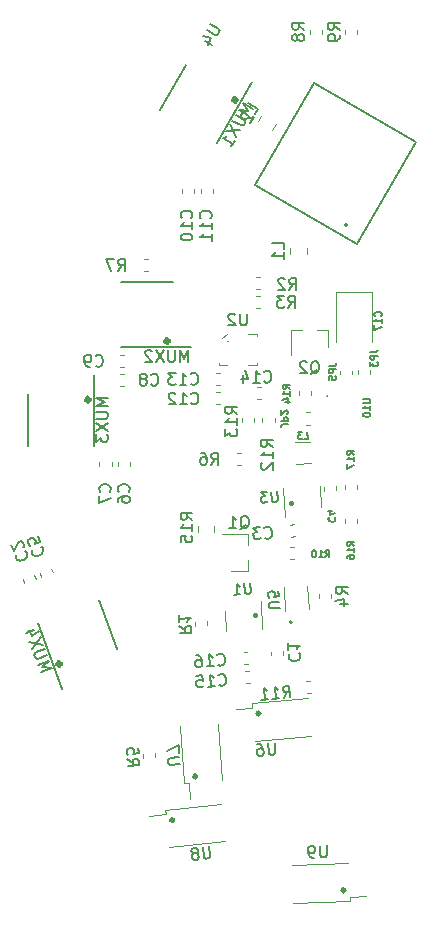
<source format=gbo>
G04 #@! TF.GenerationSoftware,KiCad,Pcbnew,(5.0.0)*
G04 #@! TF.CreationDate,2020-01-29T13:43:46+01:00*
G04 #@! TF.ProjectId,Insole_PCB,496E736F6C655F5043422E6B69636164,rev?*
G04 #@! TF.SameCoordinates,Original*
G04 #@! TF.FileFunction,Legend,Bot*
G04 #@! TF.FilePolarity,Positive*
%FSLAX46Y46*%
G04 Gerber Fmt 4.6, Leading zero omitted, Abs format (unit mm)*
G04 Created by KiCad (PCBNEW (5.0.0)) date 01/29/20 13:43:46*
%MOMM*%
%LPD*%
G01*
G04 APERTURE LIST*
%ADD10C,0.200000*%
%ADD11C,0.100000*%
%ADD12C,0.120000*%
%ADD13C,0.400000*%
%ADD14C,0.150000*%
%ADD15C,0.300000*%
G04 APERTURE END LIST*
D10*
G04 #@! TO.C,U2*
X182089453Y-160250707D02*
G75*
G03X182089453Y-160250707I0J0D01*
G01*
D11*
X184489453Y-159650707D02*
X184489453Y-159870707D01*
X183769453Y-159650707D02*
X184489453Y-159650707D01*
X184489453Y-162350707D02*
X183769453Y-162350707D01*
X184489453Y-162130707D02*
X184489453Y-162350707D01*
X181289453Y-162350707D02*
X181289453Y-162130707D01*
X181289453Y-162350707D02*
X182009453Y-162350707D01*
X181589453Y-160050707D02*
X181939453Y-159700707D01*
D12*
G04 #@! TO.C,C1*
X185669340Y-186573900D02*
X185692050Y-186898665D01*
X186686856Y-186502749D02*
X186709566Y-186827514D01*
G04 #@! TO.C,C2*
X164704536Y-180472175D02*
X164815883Y-180778099D01*
X165663023Y-180123315D02*
X165774370Y-180429239D01*
G04 #@! TO.C,C3*
X187655318Y-175802887D02*
X187330206Y-175819925D01*
X187708700Y-176821489D02*
X187383588Y-176838527D01*
G04 #@! TO.C,C4*
X190181340Y-172661900D02*
X190204050Y-172986665D01*
X191198856Y-172590749D02*
X191221566Y-172915514D01*
G04 #@! TO.C,C5*
X166154536Y-179922175D02*
X166265883Y-180228099D01*
X167113023Y-179573315D02*
X167224370Y-179879239D01*
G04 #@! TO.C,C6*
X173799453Y-170850986D02*
X173799453Y-170525428D01*
X172779453Y-170850986D02*
X172779453Y-170525428D01*
G04 #@! TO.C,C7*
X172199453Y-170863486D02*
X172199453Y-170537928D01*
X171179453Y-170863486D02*
X171179453Y-170537928D01*
G04 #@! TO.C,C8*
X173239732Y-163090707D02*
X172914174Y-163090707D01*
X173239732Y-164110707D02*
X172914174Y-164110707D01*
G04 #@! TO.C,C9*
X173239732Y-161490707D02*
X172914174Y-161490707D01*
X173239732Y-162510707D02*
X172914174Y-162510707D01*
G04 #@! TO.C,C10*
X179174453Y-147725986D02*
X179174453Y-147400428D01*
X178154453Y-147725986D02*
X178154453Y-147400428D01*
G04 #@! TO.C,C11*
X180799453Y-147738486D02*
X180799453Y-147412928D01*
X179779453Y-147738486D02*
X179779453Y-147412928D01*
G04 #@! TO.C,C12*
X181039174Y-165610707D02*
X181364732Y-165610707D01*
X181039174Y-164590707D02*
X181364732Y-164590707D01*
G04 #@! TO.C,C13*
X181039174Y-164010707D02*
X181364732Y-164010707D01*
X181039174Y-162990707D02*
X181364732Y-162990707D01*
G04 #@! TO.C,C14*
X184852232Y-164190707D02*
X184526674Y-164190707D01*
X184852232Y-165210707D02*
X184526674Y-165210707D01*
G04 #@! TO.C,L1*
X188729453Y-152906959D02*
X188729453Y-152384455D01*
X187309453Y-152906959D02*
X187309453Y-152384455D01*
G04 #@! TO.C,L2*
X185823705Y-142391958D02*
X186084957Y-141939456D01*
X184593949Y-141681958D02*
X184855201Y-141229456D01*
D13*
G04 #@! TO.C,MUX1*
X182789425Y-139878464D02*
G75*
G03X182789425Y-139878464I-158114J0D01*
G01*
D14*
X184101824Y-138331461D02*
X181114324Y-143505963D01*
X178529534Y-136932951D02*
X176329534Y-140743463D01*
D13*
G04 #@! TO.C,MUX2*
X177047567Y-160300707D02*
G75*
G03X177047567Y-160300707I-158114J0D01*
G01*
D14*
X178964453Y-160800707D02*
X172989453Y-160800707D01*
X177389453Y-155275707D02*
X172989453Y-155275707D01*
D13*
G04 #@! TO.C,MUX3*
X170347567Y-165250707D02*
G75*
G03X170347567Y-165250707I-158114J0D01*
G01*
D14*
X170689453Y-163175707D02*
X170689453Y-169150707D01*
X165164453Y-164750707D02*
X165164453Y-169150707D01*
D13*
G04 #@! TO.C,MUX4*
X167917708Y-187634831D02*
G75*
G03X167917708Y-187634831I-158114J0D01*
G01*
D14*
X167999440Y-189755703D02*
X165955869Y-184141040D01*
X172652560Y-186386026D02*
X171147671Y-182251378D01*
D12*
G04 #@! TO.C,Q2*
X190569453Y-159340707D02*
X190569453Y-160800707D01*
X187409453Y-159340707D02*
X187409453Y-161500707D01*
X187409453Y-159340707D02*
X188339453Y-159340707D01*
X190569453Y-159340707D02*
X189639453Y-159340707D01*
G04 #@! TO.C,R1*
X180326058Y-184320151D02*
X180309020Y-183995039D01*
X179307456Y-184373533D02*
X179290418Y-184048421D01*
G04 #@! TO.C,R2*
X184764732Y-154890707D02*
X184439174Y-154890707D01*
X184764732Y-155910707D02*
X184439174Y-155910707D01*
G04 #@! TO.C,R3*
X184752232Y-156490707D02*
X184426674Y-156490707D01*
X184752232Y-157510707D02*
X184426674Y-157510707D01*
G04 #@! TO.C,R4*
X189789453Y-181707928D02*
X189789453Y-182033486D01*
X190809453Y-181707928D02*
X190809453Y-182033486D01*
G04 #@! TO.C,R5*
X175909566Y-195527514D02*
X175886856Y-195202749D01*
X174892050Y-195598665D02*
X174869340Y-195273900D01*
G04 #@! TO.C,R6*
X183164732Y-169790707D02*
X182839174Y-169790707D01*
X183164732Y-170810707D02*
X182839174Y-170810707D01*
G04 #@! TO.C,R7*
X175252232Y-153340707D02*
X174926674Y-153340707D01*
X175252232Y-154360707D02*
X174926674Y-154360707D01*
G04 #@! TO.C,R8*
X189999453Y-134250986D02*
X189999453Y-133925428D01*
X188979453Y-134250986D02*
X188979453Y-133925428D01*
G04 #@! TO.C,R9*
X192999453Y-134263486D02*
X192999453Y-133937928D01*
X191979453Y-134263486D02*
X191979453Y-133937928D01*
G04 #@! TO.C,R10*
X187617732Y-177732707D02*
X187292174Y-177732707D01*
X187617732Y-178752707D02*
X187292174Y-178752707D01*
G04 #@! TO.C,R11*
X188787240Y-190122953D02*
X189111559Y-190094579D01*
X188698341Y-189106835D02*
X189022660Y-189078461D01*
G04 #@! TO.C,R12*
X185999453Y-167150986D02*
X185999453Y-166825428D01*
X184979453Y-167150986D02*
X184979453Y-166825428D01*
G04 #@! TO.C,R13*
X183279453Y-166837928D02*
X183279453Y-167163486D01*
X184299453Y-166837928D02*
X184299453Y-167163486D01*
G04 #@! TO.C,R14*
X189099453Y-164875986D02*
X189099453Y-164550428D01*
X188079453Y-164875986D02*
X188079453Y-164550428D01*
D13*
G04 #@! TO.C,U1*
X184317217Y-183451536D02*
G75*
G03X184317217Y-183451536I0J0D01*
G01*
D12*
X184943439Y-184700474D02*
X184816263Y-182273804D01*
X181785535Y-183103557D02*
X181877647Y-184861145D01*
D13*
G04 #@! TO.C,U3*
X187381689Y-173979878D02*
G75*
G03X187381689Y-173979878I0J0D01*
G01*
D12*
X186755467Y-172730940D02*
X186882643Y-175157610D01*
X189913371Y-174327857D02*
X189821259Y-172570269D01*
D15*
G04 #@! TO.C,U4*
X192062977Y-150428014D02*
G75*
G03X192062977Y-150428014I0J0D01*
G01*
D14*
X184356665Y-147075738D02*
X193016919Y-152075738D01*
X189356665Y-138415484D02*
X184356665Y-147075738D01*
X198016919Y-143415484D02*
X189356665Y-138415484D01*
X193016919Y-152075738D02*
X198016919Y-143415484D01*
D10*
G04 #@! TO.C,U5*
X187280672Y-184094665D02*
G75*
G03X187480184Y-184080713I99756J6976D01*
G01*
X187480185Y-184080713D02*
G75*
G03X187280671Y-184094665I-99757J-6976D01*
G01*
X187480184Y-184080713D02*
X187480184Y-184080713D01*
X187280671Y-184094665D02*
X187280671Y-184094665D01*
D11*
X188767261Y-180983386D02*
X188906774Y-182978515D01*
X186772132Y-181122899D02*
X186911645Y-183118028D01*
D13*
G04 #@! TO.C,U6*
X184710742Y-191818776D02*
G75*
G03X184710742Y-191818776I-70710J0D01*
G01*
D12*
X184338906Y-194113754D02*
X189120641Y-193695407D01*
X184060008Y-190925931D02*
X188841743Y-190507584D01*
X184094870Y-191324409D02*
X182700198Y-191446427D01*
X184060008Y-190925931D02*
X184094870Y-191324409D01*
D13*
G04 #@! TO.C,U7*
X179344284Y-197141420D02*
G75*
G03X179344284Y-197141420I-70710J0D01*
G01*
D12*
X181562947Y-197482553D02*
X181228116Y-192694245D01*
X178370742Y-197705774D02*
X178035911Y-192917466D01*
X178769767Y-197677871D02*
X178867426Y-199074461D01*
X178370742Y-197705774D02*
X178769767Y-197677871D01*
D13*
G04 #@! TO.C,U8*
X177402628Y-200852872D02*
G75*
G03X177402628Y-200852872I-70710J0D01*
G01*
D12*
X177070891Y-203152756D02*
X181844596Y-202651019D01*
X176736400Y-199970285D02*
X181510105Y-199468549D01*
X176778212Y-200368094D02*
X175385881Y-200514434D01*
X176736400Y-199970285D02*
X176778212Y-200368094D01*
D13*
G04 #@! TO.C,U9*
X191911691Y-206794002D02*
G75*
G03X191911691Y-206794002I-70711J0D01*
G01*
D12*
X192261803Y-204517929D02*
X187464727Y-204685447D01*
X192373481Y-207715980D02*
X187576405Y-207883497D01*
X192359521Y-207316223D02*
X193758669Y-207267364D01*
X192373481Y-207715980D02*
X192359521Y-207316223D01*
G04 #@! TO.C,C15*
X183830678Y-188185527D02*
X183505913Y-188208237D01*
X183901829Y-189203043D02*
X183577064Y-189225753D01*
G04 #@! TO.C,C16*
X183711259Y-186615593D02*
X183386494Y-186638303D01*
X183782410Y-187633109D02*
X183457645Y-187655819D01*
G04 #@! TO.C,C17*
X191229453Y-156130707D02*
X191229453Y-160340707D01*
X194249453Y-156130707D02*
X191229453Y-156130707D01*
X194249453Y-160340707D02*
X194249453Y-156130707D01*
G04 #@! TO.C,L3*
X187766588Y-168863464D02*
X188969066Y-168800445D01*
X187861840Y-170680969D02*
X189064318Y-170617950D01*
G04 #@! TO.C,Q1*
X183749453Y-179740707D02*
X183749453Y-178810707D01*
X183749453Y-176580707D02*
X183749453Y-177510707D01*
X183749453Y-176580707D02*
X181589453Y-176580707D01*
X183749453Y-179740707D02*
X182289453Y-179740707D01*
G04 #@! TO.C,R15*
X180909453Y-175964629D02*
X180909453Y-176481785D01*
X179489453Y-175964629D02*
X179489453Y-176481785D01*
G04 #@! TO.C,JP2*
X188656674Y-166330707D02*
X188982232Y-166330707D01*
X188656674Y-167350707D02*
X188982232Y-167350707D01*
G04 #@! TO.C,JP3*
X193049453Y-163093486D02*
X193049453Y-162767928D01*
X194069453Y-163093486D02*
X194069453Y-162767928D01*
G04 #@! TO.C,JP5*
X192579453Y-163113486D02*
X192579453Y-162787928D01*
X191559453Y-163113486D02*
X191559453Y-162787928D01*
G04 #@! TO.C,R16*
X192979453Y-175357928D02*
X192979453Y-175683486D01*
X191959453Y-175357928D02*
X191959453Y-175683486D01*
G04 #@! TO.C,R17*
X192989453Y-172823486D02*
X192989453Y-172497928D01*
X191969453Y-172823486D02*
X191969453Y-172497928D01*
D10*
G04 #@! TO.C,U10*
X190455453Y-164928707D02*
G75*
G03X190455453Y-164928707I-25000J0D01*
G01*
G04 #@! TO.C,U2*
D14*
X183651357Y-157953087D02*
X183651357Y-158762611D01*
X183603738Y-158857849D01*
X183556119Y-158905468D01*
X183460881Y-158953087D01*
X183270405Y-158953087D01*
X183175167Y-158905468D01*
X183127548Y-158857849D01*
X183079929Y-158762611D01*
X183079929Y-157953087D01*
X182651357Y-158048326D02*
X182603738Y-158000707D01*
X182508500Y-157953087D01*
X182270405Y-157953087D01*
X182175167Y-158000707D01*
X182127548Y-158048326D01*
X182079929Y-158143564D01*
X182079929Y-158238802D01*
X182127548Y-158381659D01*
X182698976Y-158953087D01*
X182079929Y-158953087D01*
G04 #@! TO.C,C1*
X187271323Y-186792128D02*
X187227141Y-186842953D01*
X187189604Y-186988784D01*
X187196247Y-187083790D01*
X187253715Y-187222977D01*
X187355365Y-187311340D01*
X187453693Y-187352200D01*
X187647027Y-187386416D01*
X187789536Y-187376450D01*
X187976226Y-187315660D01*
X188067911Y-187261514D01*
X188156273Y-187159864D01*
X188193811Y-187014034D01*
X188187168Y-186919027D01*
X188129699Y-186779840D01*
X188078875Y-186735659D01*
X187109882Y-185848711D02*
X187149743Y-186418747D01*
X187129812Y-186133729D02*
X188127376Y-186063973D01*
X187991511Y-186168944D01*
X187903148Y-186270593D01*
X187862288Y-186368921D01*
G04 #@! TO.C,C2*
X164110851Y-178379472D02*
X164082391Y-178440506D01*
X164086504Y-178591034D01*
X164119077Y-178680529D01*
X164212684Y-178798484D01*
X164334752Y-178855405D01*
X164440533Y-178867579D01*
X164635809Y-178847180D01*
X164770051Y-178798320D01*
X164932753Y-178688426D01*
X165005961Y-178611105D01*
X165062882Y-178489037D01*
X165058769Y-178338509D01*
X165026196Y-178249014D01*
X164932589Y-178131059D01*
X164871555Y-178102599D01*
X164741262Y-177744620D02*
X164769722Y-177683586D01*
X164781896Y-177577805D01*
X164700463Y-177354069D01*
X164623142Y-177280861D01*
X164562108Y-177252400D01*
X164456327Y-177240227D01*
X164366832Y-177272800D01*
X164248877Y-177366407D01*
X163907350Y-178098814D01*
X163695623Y-177517100D01*
G04 #@! TO.C,C3*
X185184582Y-176928637D02*
X185234628Y-176973699D01*
X185379782Y-177013776D01*
X185474889Y-177008792D01*
X185615058Y-176953761D01*
X185705182Y-176853669D01*
X185747751Y-176756070D01*
X185785336Y-176563362D01*
X185777860Y-176420701D01*
X185720337Y-176232978D01*
X185667799Y-176140363D01*
X185567707Y-176050239D01*
X185422553Y-176010162D01*
X185327446Y-176015147D01*
X185187277Y-176070177D01*
X185142215Y-176120223D01*
X184804354Y-176042561D02*
X184186155Y-176074959D01*
X184538969Y-176437944D01*
X184396307Y-176445421D01*
X184303692Y-176497959D01*
X184258631Y-176548005D01*
X184216061Y-176645605D01*
X184228522Y-176883373D01*
X184281060Y-176975989D01*
X184331106Y-177021050D01*
X184428706Y-177063620D01*
X184714029Y-177048667D01*
X184806644Y-176996129D01*
X184851706Y-176946083D01*
G04 #@! TO.C,C4*
X190602664Y-175215411D02*
X190576156Y-175245906D01*
X190553633Y-175333404D01*
X190557619Y-175390408D01*
X190592100Y-175473920D01*
X190653090Y-175526938D01*
X190712086Y-175551454D01*
X190828087Y-175571983D01*
X190913592Y-175566004D01*
X191025607Y-175529530D01*
X191080617Y-175497042D01*
X191133635Y-175436052D01*
X191156157Y-175348554D01*
X191152171Y-175291550D01*
X191117690Y-175208038D01*
X191087196Y-175181529D01*
X190908812Y-174678461D02*
X190509786Y-174706364D01*
X191146791Y-174805026D02*
X190729229Y-174977431D01*
X190703320Y-174606907D01*
G04 #@! TO.C,C5*
X165460851Y-177979472D02*
X165432391Y-178040506D01*
X165436504Y-178191034D01*
X165469077Y-178280529D01*
X165562684Y-178398484D01*
X165684752Y-178455405D01*
X165790533Y-178467579D01*
X165985809Y-178447180D01*
X166120051Y-178398320D01*
X166282753Y-178288426D01*
X166355961Y-178211105D01*
X166412882Y-178089037D01*
X166408769Y-177938509D01*
X166376196Y-177849014D01*
X166282589Y-177731059D01*
X166221555Y-177702599D01*
X166001603Y-176819827D02*
X166164469Y-177267300D01*
X165733283Y-177474914D01*
X165761744Y-177413880D01*
X165773918Y-177308099D01*
X165692485Y-177084362D01*
X165615164Y-177011154D01*
X165554130Y-176982694D01*
X165448349Y-176970520D01*
X165224612Y-177051953D01*
X165151405Y-177129274D01*
X165122944Y-177190308D01*
X165110770Y-177296089D01*
X165192203Y-177519825D01*
X165269524Y-177593033D01*
X165330558Y-177621494D01*
G04 #@! TO.C,C6*
X173646595Y-173034040D02*
X173694214Y-172986421D01*
X173741833Y-172843564D01*
X173741833Y-172748326D01*
X173694214Y-172605468D01*
X173598976Y-172510230D01*
X173503738Y-172462611D01*
X173313262Y-172414992D01*
X173170405Y-172414992D01*
X172979929Y-172462611D01*
X172884691Y-172510230D01*
X172789453Y-172605468D01*
X172741833Y-172748326D01*
X172741833Y-172843564D01*
X172789453Y-172986421D01*
X172837072Y-173034040D01*
X172741833Y-173891183D02*
X172741833Y-173700707D01*
X172789453Y-173605468D01*
X172837072Y-173557849D01*
X172979929Y-173462611D01*
X173170405Y-173414992D01*
X173551357Y-173414992D01*
X173646595Y-173462611D01*
X173694214Y-173510230D01*
X173741833Y-173605468D01*
X173741833Y-173795945D01*
X173694214Y-173891183D01*
X173646595Y-173938802D01*
X173551357Y-173986421D01*
X173313262Y-173986421D01*
X173218024Y-173938802D01*
X173170405Y-173891183D01*
X173122786Y-173795945D01*
X173122786Y-173605468D01*
X173170405Y-173510230D01*
X173218024Y-173462611D01*
X173313262Y-173414992D01*
G04 #@! TO.C,C7*
X172046595Y-173034040D02*
X172094214Y-172986421D01*
X172141833Y-172843564D01*
X172141833Y-172748326D01*
X172094214Y-172605468D01*
X171998976Y-172510230D01*
X171903738Y-172462611D01*
X171713262Y-172414992D01*
X171570405Y-172414992D01*
X171379929Y-172462611D01*
X171284691Y-172510230D01*
X171189453Y-172605468D01*
X171141833Y-172748326D01*
X171141833Y-172843564D01*
X171189453Y-172986421D01*
X171237072Y-173034040D01*
X171141833Y-173367373D02*
X171141833Y-174034040D01*
X172141833Y-173605468D01*
G04 #@! TO.C,C8*
X175556119Y-163957849D02*
X175603738Y-164005468D01*
X175746595Y-164053087D01*
X175841833Y-164053087D01*
X175984691Y-164005468D01*
X176079929Y-163910230D01*
X176127548Y-163814992D01*
X176175167Y-163624516D01*
X176175167Y-163481659D01*
X176127548Y-163291183D01*
X176079929Y-163195945D01*
X175984691Y-163100707D01*
X175841833Y-163053087D01*
X175746595Y-163053087D01*
X175603738Y-163100707D01*
X175556119Y-163148326D01*
X174984691Y-163481659D02*
X175079929Y-163434040D01*
X175127548Y-163386421D01*
X175175167Y-163291183D01*
X175175167Y-163243564D01*
X175127548Y-163148326D01*
X175079929Y-163100707D01*
X174984691Y-163053087D01*
X174794214Y-163053087D01*
X174698976Y-163100707D01*
X174651357Y-163148326D01*
X174603738Y-163243564D01*
X174603738Y-163291183D01*
X174651357Y-163386421D01*
X174698976Y-163434040D01*
X174794214Y-163481659D01*
X174984691Y-163481659D01*
X175079929Y-163529278D01*
X175127548Y-163576897D01*
X175175167Y-163672135D01*
X175175167Y-163862611D01*
X175127548Y-163957849D01*
X175079929Y-164005468D01*
X174984691Y-164053087D01*
X174794214Y-164053087D01*
X174698976Y-164005468D01*
X174651357Y-163957849D01*
X174603738Y-163862611D01*
X174603738Y-163672135D01*
X174651357Y-163576897D01*
X174698976Y-163529278D01*
X174794214Y-163481659D01*
G04 #@! TO.C,C9*
X170856119Y-162357849D02*
X170903738Y-162405468D01*
X171046595Y-162453087D01*
X171141833Y-162453087D01*
X171284691Y-162405468D01*
X171379929Y-162310230D01*
X171427548Y-162214992D01*
X171475167Y-162024516D01*
X171475167Y-161881659D01*
X171427548Y-161691183D01*
X171379929Y-161595945D01*
X171284691Y-161500707D01*
X171141833Y-161453087D01*
X171046595Y-161453087D01*
X170903738Y-161500707D01*
X170856119Y-161548326D01*
X170379929Y-162453087D02*
X170189453Y-162453087D01*
X170094214Y-162405468D01*
X170046595Y-162357849D01*
X169951357Y-162214992D01*
X169903738Y-162024516D01*
X169903738Y-161643564D01*
X169951357Y-161548326D01*
X169998976Y-161500707D01*
X170094214Y-161453087D01*
X170284691Y-161453087D01*
X170379929Y-161500707D01*
X170427548Y-161548326D01*
X170475167Y-161643564D01*
X170475167Y-161881659D01*
X170427548Y-161976897D01*
X170379929Y-162024516D01*
X170284691Y-162072135D01*
X170094214Y-162072135D01*
X169998976Y-162024516D01*
X169951357Y-161976897D01*
X169903738Y-161881659D01*
G04 #@! TO.C,C10*
X178946595Y-149857849D02*
X178994214Y-149810230D01*
X179041833Y-149667373D01*
X179041833Y-149572135D01*
X178994214Y-149429278D01*
X178898976Y-149334040D01*
X178803738Y-149286421D01*
X178613262Y-149238802D01*
X178470405Y-149238802D01*
X178279929Y-149286421D01*
X178184691Y-149334040D01*
X178089453Y-149429278D01*
X178041833Y-149572135D01*
X178041833Y-149667373D01*
X178089453Y-149810230D01*
X178137072Y-149857849D01*
X179041833Y-150810230D02*
X179041833Y-150238802D01*
X179041833Y-150524516D02*
X178041833Y-150524516D01*
X178184691Y-150429278D01*
X178279929Y-150334040D01*
X178327548Y-150238802D01*
X178041833Y-151429278D02*
X178041833Y-151524516D01*
X178089453Y-151619754D01*
X178137072Y-151667373D01*
X178232310Y-151714992D01*
X178422786Y-151762611D01*
X178660881Y-151762611D01*
X178851357Y-151714992D01*
X178946595Y-151667373D01*
X178994214Y-151619754D01*
X179041833Y-151524516D01*
X179041833Y-151429278D01*
X178994214Y-151334040D01*
X178946595Y-151286421D01*
X178851357Y-151238802D01*
X178660881Y-151191183D01*
X178422786Y-151191183D01*
X178232310Y-151238802D01*
X178137072Y-151286421D01*
X178089453Y-151334040D01*
X178041833Y-151429278D01*
G04 #@! TO.C,C11*
X180571595Y-149882849D02*
X180619214Y-149835230D01*
X180666833Y-149692373D01*
X180666833Y-149597135D01*
X180619214Y-149454278D01*
X180523976Y-149359040D01*
X180428738Y-149311421D01*
X180238262Y-149263802D01*
X180095405Y-149263802D01*
X179904929Y-149311421D01*
X179809691Y-149359040D01*
X179714453Y-149454278D01*
X179666833Y-149597135D01*
X179666833Y-149692373D01*
X179714453Y-149835230D01*
X179762072Y-149882849D01*
X180666833Y-150835230D02*
X180666833Y-150263802D01*
X180666833Y-150549516D02*
X179666833Y-150549516D01*
X179809691Y-150454278D01*
X179904929Y-150359040D01*
X179952548Y-150263802D01*
X180666833Y-151787611D02*
X180666833Y-151216183D01*
X180666833Y-151501897D02*
X179666833Y-151501897D01*
X179809691Y-151406659D01*
X179904929Y-151311421D01*
X179952548Y-151216183D01*
G04 #@! TO.C,C12*
X178932310Y-165557849D02*
X178979929Y-165605468D01*
X179122786Y-165653087D01*
X179218024Y-165653087D01*
X179360881Y-165605468D01*
X179456119Y-165510230D01*
X179503738Y-165414992D01*
X179551357Y-165224516D01*
X179551357Y-165081659D01*
X179503738Y-164891183D01*
X179456119Y-164795945D01*
X179360881Y-164700707D01*
X179218024Y-164653087D01*
X179122786Y-164653087D01*
X178979929Y-164700707D01*
X178932310Y-164748326D01*
X177979929Y-165653087D02*
X178551357Y-165653087D01*
X178265643Y-165653087D02*
X178265643Y-164653087D01*
X178360881Y-164795945D01*
X178456119Y-164891183D01*
X178551357Y-164938802D01*
X177598976Y-164748326D02*
X177551357Y-164700707D01*
X177456119Y-164653087D01*
X177218024Y-164653087D01*
X177122786Y-164700707D01*
X177075167Y-164748326D01*
X177027548Y-164843564D01*
X177027548Y-164938802D01*
X177075167Y-165081659D01*
X177646595Y-165653087D01*
X177027548Y-165653087D01*
G04 #@! TO.C,C13*
X178922310Y-163887849D02*
X178969929Y-163935468D01*
X179112786Y-163983087D01*
X179208024Y-163983087D01*
X179350881Y-163935468D01*
X179446119Y-163840230D01*
X179493738Y-163744992D01*
X179541357Y-163554516D01*
X179541357Y-163411659D01*
X179493738Y-163221183D01*
X179446119Y-163125945D01*
X179350881Y-163030707D01*
X179208024Y-162983087D01*
X179112786Y-162983087D01*
X178969929Y-163030707D01*
X178922310Y-163078326D01*
X177969929Y-163983087D02*
X178541357Y-163983087D01*
X178255643Y-163983087D02*
X178255643Y-162983087D01*
X178350881Y-163125945D01*
X178446119Y-163221183D01*
X178541357Y-163268802D01*
X177636595Y-162983087D02*
X177017548Y-162983087D01*
X177350881Y-163364040D01*
X177208024Y-163364040D01*
X177112786Y-163411659D01*
X177065167Y-163459278D01*
X177017548Y-163554516D01*
X177017548Y-163792611D01*
X177065167Y-163887849D01*
X177112786Y-163935468D01*
X177208024Y-163983087D01*
X177493738Y-163983087D01*
X177588976Y-163935468D01*
X177636595Y-163887849D01*
G04 #@! TO.C,C14*
X185112310Y-163707849D02*
X185159929Y-163755468D01*
X185302786Y-163803087D01*
X185398024Y-163803087D01*
X185540881Y-163755468D01*
X185636119Y-163660230D01*
X185683738Y-163564992D01*
X185731357Y-163374516D01*
X185731357Y-163231659D01*
X185683738Y-163041183D01*
X185636119Y-162945945D01*
X185540881Y-162850707D01*
X185398024Y-162803087D01*
X185302786Y-162803087D01*
X185159929Y-162850707D01*
X185112310Y-162898326D01*
X184159929Y-163803087D02*
X184731357Y-163803087D01*
X184445643Y-163803087D02*
X184445643Y-162803087D01*
X184540881Y-162945945D01*
X184636119Y-163041183D01*
X184731357Y-163088802D01*
X183302786Y-163136421D02*
X183302786Y-163803087D01*
X183540881Y-162755468D02*
X183778976Y-163469754D01*
X183159929Y-163469754D01*
G04 #@! TO.C,L1*
X186821833Y-152479040D02*
X186821833Y-152002849D01*
X185821833Y-152002849D01*
X186821833Y-153336183D02*
X186821833Y-152764754D01*
X186821833Y-153050468D02*
X185821833Y-153050468D01*
X185964691Y-152955230D01*
X186059929Y-152859992D01*
X186107548Y-152764754D01*
G04 #@! TO.C,L2*
X184385617Y-141067559D02*
X184623712Y-140655166D01*
X183757687Y-140155166D01*
X183459213Y-140862614D02*
X183394164Y-140880044D01*
X183305306Y-140938713D01*
X183186258Y-141144910D01*
X183179879Y-141251198D01*
X183197309Y-141316247D01*
X183255978Y-141405105D01*
X183338456Y-141452724D01*
X183485984Y-141482913D01*
X184266570Y-141273756D01*
X183957046Y-141809867D01*
G04 #@! TO.C,MUX1*
X184160378Y-140634803D02*
X183294352Y-140134803D01*
X183746275Y-140780621D01*
X182961019Y-140712154D01*
X183827044Y-141212154D01*
X182722924Y-141124547D02*
X183423992Y-141529309D01*
X183482661Y-141618167D01*
X183500091Y-141683216D01*
X183493711Y-141789504D01*
X183398473Y-141954461D01*
X183309615Y-142013130D01*
X183244566Y-142030560D01*
X183138278Y-142024180D01*
X182437210Y-141619418D01*
X182246733Y-141949333D02*
X182779425Y-143026683D01*
X181913400Y-142526683D02*
X183112759Y-142449333D01*
X182327044Y-143810230D02*
X182612759Y-143315358D01*
X182469902Y-143562794D02*
X181603876Y-143062794D01*
X181775213Y-143051744D01*
X181905311Y-143016884D01*
X181994169Y-142958215D01*
G04 #@! TO.C,MUX2*
X178698976Y-162053087D02*
X178698976Y-161053087D01*
X178365643Y-161767373D01*
X178032310Y-161053087D01*
X178032310Y-162053087D01*
X177556119Y-161053087D02*
X177556119Y-161862611D01*
X177508500Y-161957849D01*
X177460881Y-162005468D01*
X177365643Y-162053087D01*
X177175167Y-162053087D01*
X177079929Y-162005468D01*
X177032310Y-161957849D01*
X176984691Y-161862611D01*
X176984691Y-161053087D01*
X176603738Y-161053087D02*
X175937072Y-162053087D01*
X175937072Y-161053087D02*
X176603738Y-162053087D01*
X175603738Y-161148326D02*
X175556119Y-161100707D01*
X175460881Y-161053087D01*
X175222786Y-161053087D01*
X175127548Y-161100707D01*
X175079929Y-161148326D01*
X175032310Y-161243564D01*
X175032310Y-161338802D01*
X175079929Y-161481659D01*
X175651357Y-162053087D01*
X175032310Y-162053087D01*
G04 #@! TO.C,MUX3*
X171891833Y-165141183D02*
X170891833Y-165141183D01*
X171606119Y-165474516D01*
X170891833Y-165807849D01*
X171891833Y-165807849D01*
X170891833Y-166284040D02*
X171701357Y-166284040D01*
X171796595Y-166331659D01*
X171844214Y-166379278D01*
X171891833Y-166474516D01*
X171891833Y-166664992D01*
X171844214Y-166760230D01*
X171796595Y-166807849D01*
X171701357Y-166855468D01*
X170891833Y-166855468D01*
X170891833Y-167236421D02*
X171891833Y-167903087D01*
X170891833Y-167903087D02*
X171891833Y-167236421D01*
X170891833Y-168188802D02*
X170891833Y-168807849D01*
X171272786Y-168474516D01*
X171272786Y-168617373D01*
X171320405Y-168712611D01*
X171368024Y-168760230D01*
X171463262Y-168807849D01*
X171701357Y-168807849D01*
X171796595Y-168760230D01*
X171844214Y-168712611D01*
X171891833Y-168617373D01*
X171891833Y-168331659D01*
X171844214Y-168236421D01*
X171796595Y-168188802D01*
G04 #@! TO.C,MUX4*
X166197338Y-188319998D02*
X167137031Y-187977978D01*
X166351815Y-187909047D01*
X166909017Y-187351516D01*
X165969325Y-187693536D01*
X166746151Y-186904044D02*
X165985447Y-187180917D01*
X165879666Y-187168743D01*
X165818632Y-187140282D01*
X165741311Y-187067075D01*
X165676164Y-186888086D01*
X165688338Y-186782304D01*
X165716799Y-186721270D01*
X165790007Y-186643950D01*
X166550710Y-186367076D01*
X166420417Y-186009098D02*
X165252711Y-185724657D01*
X166192404Y-185382636D02*
X165480724Y-186351118D01*
X165602299Y-184735940D02*
X164975838Y-184963953D01*
X166041711Y-184829383D02*
X165451935Y-185297419D01*
X165240208Y-184715704D01*
G04 #@! TO.C,Q2*
X189054691Y-163078326D02*
X189149929Y-163030707D01*
X189245167Y-162935468D01*
X189388024Y-162792611D01*
X189483262Y-162744992D01*
X189578500Y-162744992D01*
X189530881Y-162983087D02*
X189626119Y-162935468D01*
X189721357Y-162840230D01*
X189768976Y-162649754D01*
X189768976Y-162316421D01*
X189721357Y-162125945D01*
X189626119Y-162030707D01*
X189530881Y-161983087D01*
X189340405Y-161983087D01*
X189245167Y-162030707D01*
X189149929Y-162125945D01*
X189102310Y-162316421D01*
X189102310Y-162649754D01*
X189149929Y-162840230D01*
X189245167Y-162935468D01*
X189340405Y-162983087D01*
X189530881Y-162983087D01*
X188721357Y-162078326D02*
X188673738Y-162030707D01*
X188578500Y-161983087D01*
X188340405Y-161983087D01*
X188245167Y-162030707D01*
X188197548Y-162078326D01*
X188149929Y-162173564D01*
X188149929Y-162268802D01*
X188197548Y-162411659D01*
X188768976Y-162983087D01*
X188149929Y-162983087D01*
G04 #@! TO.C,R1*
X177937159Y-184449240D02*
X178430142Y-184757194D01*
X177967065Y-185019885D02*
X178965695Y-184967549D01*
X178945757Y-184587119D01*
X178893219Y-184494503D01*
X178843173Y-184449442D01*
X178745574Y-184406872D01*
X178602912Y-184414349D01*
X178510297Y-184466887D01*
X178465235Y-184516933D01*
X178422666Y-184614533D01*
X178442603Y-184994963D01*
X177887315Y-183498164D02*
X177917222Y-184068809D01*
X177902269Y-183783487D02*
X178900898Y-183731151D01*
X178763221Y-183833735D01*
X178673098Y-183933827D01*
X178630528Y-184031426D01*
G04 #@! TO.C,R2*
X187256119Y-155953087D02*
X187589453Y-155476897D01*
X187827548Y-155953087D02*
X187827548Y-154953087D01*
X187446595Y-154953087D01*
X187351357Y-155000707D01*
X187303738Y-155048326D01*
X187256119Y-155143564D01*
X187256119Y-155286421D01*
X187303738Y-155381659D01*
X187351357Y-155429278D01*
X187446595Y-155476897D01*
X187827548Y-155476897D01*
X186875167Y-155048326D02*
X186827548Y-155000707D01*
X186732310Y-154953087D01*
X186494214Y-154953087D01*
X186398976Y-155000707D01*
X186351357Y-155048326D01*
X186303738Y-155143564D01*
X186303738Y-155238802D01*
X186351357Y-155381659D01*
X186922786Y-155953087D01*
X186303738Y-155953087D01*
G04 #@! TO.C,R3*
X187156119Y-157453087D02*
X187489453Y-156976897D01*
X187727548Y-157453087D02*
X187727548Y-156453087D01*
X187346595Y-156453087D01*
X187251357Y-156500707D01*
X187203738Y-156548326D01*
X187156119Y-156643564D01*
X187156119Y-156786421D01*
X187203738Y-156881659D01*
X187251357Y-156929278D01*
X187346595Y-156976897D01*
X187727548Y-156976897D01*
X186822786Y-156453087D02*
X186203738Y-156453087D01*
X186537072Y-156834040D01*
X186394214Y-156834040D01*
X186298976Y-156881659D01*
X186251357Y-156929278D01*
X186203738Y-157024516D01*
X186203738Y-157262611D01*
X186251357Y-157357849D01*
X186298976Y-157405468D01*
X186394214Y-157453087D01*
X186679929Y-157453087D01*
X186775167Y-157405468D01*
X186822786Y-157357849D01*
G04 #@! TO.C,R4*
X192181833Y-181704040D02*
X191705643Y-181370707D01*
X192181833Y-181132611D02*
X191181833Y-181132611D01*
X191181833Y-181513564D01*
X191229453Y-181608802D01*
X191277072Y-181656421D01*
X191372310Y-181704040D01*
X191515167Y-181704040D01*
X191610405Y-181656421D01*
X191658024Y-181608802D01*
X191705643Y-181513564D01*
X191705643Y-181132611D01*
X191515167Y-182561183D02*
X192181833Y-182561183D01*
X191134214Y-182323087D02*
X191848500Y-182084992D01*
X191848500Y-182704040D01*
G04 #@! TO.C,R5*
X173523283Y-195698276D02*
X174021565Y-195997580D01*
X173563143Y-196268312D02*
X174560707Y-196198556D01*
X174534134Y-195818531D01*
X174479987Y-195726847D01*
X174429162Y-195682666D01*
X174330834Y-195641806D01*
X174188325Y-195651771D01*
X174096641Y-195705918D01*
X174052460Y-195756743D01*
X174011600Y-195855071D01*
X174038174Y-196235095D01*
X174457734Y-194725961D02*
X174490951Y-195200992D01*
X174019242Y-195281712D01*
X174063424Y-195230887D01*
X174104283Y-195132560D01*
X174087674Y-194895044D01*
X174033528Y-194803360D01*
X173982703Y-194759179D01*
X173884375Y-194718319D01*
X173646860Y-194734928D01*
X173555176Y-194789074D01*
X173510994Y-194839899D01*
X173470135Y-194938227D01*
X173486743Y-195175742D01*
X173540890Y-195267426D01*
X173591715Y-195311608D01*
G04 #@! TO.C,R6*
X180656119Y-170753087D02*
X180989453Y-170276897D01*
X181227548Y-170753087D02*
X181227548Y-169753087D01*
X180846595Y-169753087D01*
X180751357Y-169800707D01*
X180703738Y-169848326D01*
X180656119Y-169943564D01*
X180656119Y-170086421D01*
X180703738Y-170181659D01*
X180751357Y-170229278D01*
X180846595Y-170276897D01*
X181227548Y-170276897D01*
X179798976Y-169753087D02*
X179989453Y-169753087D01*
X180084691Y-169800707D01*
X180132310Y-169848326D01*
X180227548Y-169991183D01*
X180275167Y-170181659D01*
X180275167Y-170562611D01*
X180227548Y-170657849D01*
X180179929Y-170705468D01*
X180084691Y-170753087D01*
X179894214Y-170753087D01*
X179798976Y-170705468D01*
X179751357Y-170657849D01*
X179703738Y-170562611D01*
X179703738Y-170324516D01*
X179751357Y-170229278D01*
X179798976Y-170181659D01*
X179894214Y-170134040D01*
X180084691Y-170134040D01*
X180179929Y-170181659D01*
X180227548Y-170229278D01*
X180275167Y-170324516D01*
G04 #@! TO.C,R7*
X172756119Y-154353087D02*
X173089453Y-153876897D01*
X173327548Y-154353087D02*
X173327548Y-153353087D01*
X172946595Y-153353087D01*
X172851357Y-153400707D01*
X172803738Y-153448326D01*
X172756119Y-153543564D01*
X172756119Y-153686421D01*
X172803738Y-153781659D01*
X172851357Y-153829278D01*
X172946595Y-153876897D01*
X173327548Y-153876897D01*
X172422786Y-153353087D02*
X171756119Y-153353087D01*
X172184691Y-154353087D01*
G04 #@! TO.C,R8*
X188511833Y-133921540D02*
X188035643Y-133588207D01*
X188511833Y-133350111D02*
X187511833Y-133350111D01*
X187511833Y-133731064D01*
X187559453Y-133826302D01*
X187607072Y-133873921D01*
X187702310Y-133921540D01*
X187845167Y-133921540D01*
X187940405Y-133873921D01*
X187988024Y-133826302D01*
X188035643Y-133731064D01*
X188035643Y-133350111D01*
X187940405Y-134492968D02*
X187892786Y-134397730D01*
X187845167Y-134350111D01*
X187749929Y-134302492D01*
X187702310Y-134302492D01*
X187607072Y-134350111D01*
X187559453Y-134397730D01*
X187511833Y-134492968D01*
X187511833Y-134683445D01*
X187559453Y-134778683D01*
X187607072Y-134826302D01*
X187702310Y-134873921D01*
X187749929Y-134873921D01*
X187845167Y-134826302D01*
X187892786Y-134778683D01*
X187940405Y-134683445D01*
X187940405Y-134492968D01*
X187988024Y-134397730D01*
X188035643Y-134350111D01*
X188130881Y-134302492D01*
X188321357Y-134302492D01*
X188416595Y-134350111D01*
X188464214Y-134397730D01*
X188511833Y-134492968D01*
X188511833Y-134683445D01*
X188464214Y-134778683D01*
X188416595Y-134826302D01*
X188321357Y-134873921D01*
X188130881Y-134873921D01*
X188035643Y-134826302D01*
X187988024Y-134778683D01*
X187940405Y-134683445D01*
G04 #@! TO.C,R9*
X191511833Y-133934040D02*
X191035643Y-133600707D01*
X191511833Y-133362611D02*
X190511833Y-133362611D01*
X190511833Y-133743564D01*
X190559453Y-133838802D01*
X190607072Y-133886421D01*
X190702310Y-133934040D01*
X190845167Y-133934040D01*
X190940405Y-133886421D01*
X190988024Y-133838802D01*
X191035643Y-133743564D01*
X191035643Y-133362611D01*
X191511833Y-134410230D02*
X191511833Y-134600707D01*
X191464214Y-134695945D01*
X191416595Y-134743564D01*
X191273738Y-134838802D01*
X191083262Y-134886421D01*
X190702310Y-134886421D01*
X190607072Y-134838802D01*
X190559453Y-134791183D01*
X190511833Y-134695945D01*
X190511833Y-134505468D01*
X190559453Y-134410230D01*
X190607072Y-134362611D01*
X190702310Y-134314992D01*
X190940405Y-134314992D01*
X191035643Y-134362611D01*
X191083262Y-134410230D01*
X191130881Y-134505468D01*
X191130881Y-134695945D01*
X191083262Y-134791183D01*
X191035643Y-134838802D01*
X190940405Y-134886421D01*
G04 #@! TO.C,R10*
X190305167Y-178572135D02*
X190505167Y-178286421D01*
X190648024Y-178572135D02*
X190648024Y-177972135D01*
X190419453Y-177972135D01*
X190362310Y-178000707D01*
X190333738Y-178029278D01*
X190305167Y-178086421D01*
X190305167Y-178172135D01*
X190333738Y-178229278D01*
X190362310Y-178257849D01*
X190419453Y-178286421D01*
X190648024Y-178286421D01*
X189733738Y-178572135D02*
X190076595Y-178572135D01*
X189905167Y-178572135D02*
X189905167Y-177972135D01*
X189962310Y-178057849D01*
X190019453Y-178114992D01*
X190076595Y-178143564D01*
X189362310Y-177972135D02*
X189305167Y-177972135D01*
X189248024Y-178000707D01*
X189219453Y-178029278D01*
X189190881Y-178086421D01*
X189162310Y-178200707D01*
X189162310Y-178343564D01*
X189190881Y-178457849D01*
X189219453Y-178514992D01*
X189248024Y-178543564D01*
X189305167Y-178572135D01*
X189362310Y-178572135D01*
X189419453Y-178543564D01*
X189448024Y-178514992D01*
X189476595Y-178457849D01*
X189505167Y-178343564D01*
X189505167Y-178200707D01*
X189476595Y-178086421D01*
X189448024Y-178029278D01*
X189419453Y-178000707D01*
X189362310Y-177972135D01*
G04 #@! TO.C,R11*
X186769291Y-190495337D02*
X187059853Y-189991907D01*
X187338545Y-190445534D02*
X187251389Y-189449339D01*
X186871887Y-189482542D01*
X186781161Y-189538280D01*
X186737874Y-189589868D01*
X186698736Y-189688894D01*
X186711187Y-189831208D01*
X186766926Y-189921933D01*
X186818514Y-189965220D01*
X186917540Y-190004358D01*
X187297042Y-189971156D01*
X185820534Y-190578343D02*
X186389788Y-190528540D01*
X186105161Y-190553441D02*
X186018005Y-189557246D01*
X186125332Y-189691259D01*
X186228508Y-189777835D01*
X186327534Y-189816972D01*
X184871777Y-190661348D02*
X185441031Y-190611545D01*
X185156404Y-190636447D02*
X185069249Y-189640252D01*
X185176575Y-189774265D01*
X185279751Y-189860840D01*
X185378777Y-189899977D01*
G04 #@! TO.C,R12*
X185841833Y-169257849D02*
X185365643Y-168924516D01*
X185841833Y-168686421D02*
X184841833Y-168686421D01*
X184841833Y-169067373D01*
X184889453Y-169162611D01*
X184937072Y-169210230D01*
X185032310Y-169257849D01*
X185175167Y-169257849D01*
X185270405Y-169210230D01*
X185318024Y-169162611D01*
X185365643Y-169067373D01*
X185365643Y-168686421D01*
X185841833Y-170210230D02*
X185841833Y-169638802D01*
X185841833Y-169924516D02*
X184841833Y-169924516D01*
X184984691Y-169829278D01*
X185079929Y-169734040D01*
X185127548Y-169638802D01*
X184937072Y-170591183D02*
X184889453Y-170638802D01*
X184841833Y-170734040D01*
X184841833Y-170972135D01*
X184889453Y-171067373D01*
X184937072Y-171114992D01*
X185032310Y-171162611D01*
X185127548Y-171162611D01*
X185270405Y-171114992D01*
X185841833Y-170543564D01*
X185841833Y-171162611D01*
G04 #@! TO.C,R13*
X182841833Y-166457849D02*
X182365643Y-166124516D01*
X182841833Y-165886421D02*
X181841833Y-165886421D01*
X181841833Y-166267373D01*
X181889453Y-166362611D01*
X181937072Y-166410230D01*
X182032310Y-166457849D01*
X182175167Y-166457849D01*
X182270405Y-166410230D01*
X182318024Y-166362611D01*
X182365643Y-166267373D01*
X182365643Y-165886421D01*
X182841833Y-167410230D02*
X182841833Y-166838802D01*
X182841833Y-167124516D02*
X181841833Y-167124516D01*
X181984691Y-167029278D01*
X182079929Y-166934040D01*
X182127548Y-166838802D01*
X181841833Y-167743564D02*
X181841833Y-168362611D01*
X182222786Y-168029278D01*
X182222786Y-168172135D01*
X182270405Y-168267373D01*
X182318024Y-168314992D01*
X182413262Y-168362611D01*
X182651357Y-168362611D01*
X182746595Y-168314992D01*
X182794214Y-168267373D01*
X182841833Y-168172135D01*
X182841833Y-167886421D01*
X182794214Y-167791183D01*
X182746595Y-167743564D01*
G04 #@! TO.C,R14*
X187300881Y-164327492D02*
X187015167Y-164127492D01*
X187300881Y-163984635D02*
X186700881Y-163984635D01*
X186700881Y-164213207D01*
X186729453Y-164270349D01*
X186758024Y-164298921D01*
X186815167Y-164327492D01*
X186900881Y-164327492D01*
X186958024Y-164298921D01*
X186986595Y-164270349D01*
X187015167Y-164213207D01*
X187015167Y-163984635D01*
X187300881Y-164898921D02*
X187300881Y-164556064D01*
X187300881Y-164727492D02*
X186700881Y-164727492D01*
X186786595Y-164670349D01*
X186843738Y-164613207D01*
X186872310Y-164556064D01*
X186900881Y-165413207D02*
X187300881Y-165413207D01*
X186672310Y-165270349D02*
X187100881Y-165127492D01*
X187100881Y-165498921D01*
G04 #@! TO.C,U1*
X183948433Y-180772637D02*
X183986563Y-181500210D01*
X183948251Y-181588050D01*
X183907695Y-181633091D01*
X183824342Y-181680376D01*
X183653148Y-181689348D01*
X183565308Y-181651035D01*
X183520267Y-181610480D01*
X183472982Y-181527126D01*
X183434852Y-180799553D01*
X182583188Y-181745422D02*
X183096769Y-181718506D01*
X182839978Y-181731964D02*
X182792876Y-180833197D01*
X182885202Y-180957107D01*
X182975284Y-181038218D01*
X183063124Y-181076530D01*
G04 #@! TO.C,U3*
X186248433Y-173002637D02*
X186286563Y-173730210D01*
X186248251Y-173818050D01*
X186207695Y-173863091D01*
X186124342Y-173910376D01*
X185953148Y-173919348D01*
X185865308Y-173881035D01*
X185820267Y-173840480D01*
X185772982Y-173757126D01*
X185734852Y-173029553D01*
X185392465Y-173047497D02*
X184836085Y-173076655D01*
X185153618Y-173403342D01*
X185025223Y-173410071D01*
X184941869Y-173457355D01*
X184901314Y-173502396D01*
X184863001Y-173590236D01*
X184874216Y-173804228D01*
X184921500Y-173887582D01*
X184966542Y-173928138D01*
X185054381Y-173966450D01*
X185311172Y-173952992D01*
X185394526Y-173905708D01*
X185435081Y-173860666D01*
G04 #@! TO.C,U4*
X180567823Y-133442966D02*
X181268891Y-133847728D01*
X181327560Y-133936586D01*
X181344990Y-134001635D01*
X181338610Y-134107923D01*
X181243372Y-134272881D01*
X181154514Y-134331550D01*
X181089465Y-134348979D01*
X180983177Y-134342600D01*
X180282109Y-133937838D01*
X180118403Y-134888051D02*
X180695753Y-135221385D01*
X179907536Y-134491379D02*
X180645173Y-134642325D01*
X180335649Y-135178436D01*
G04 #@! TO.C,U5*
X186428942Y-182850366D02*
X185702145Y-182901189D01*
X185613650Y-182864415D01*
X185567908Y-182824652D01*
X185519176Y-182742136D01*
X185507218Y-182571125D01*
X185543992Y-182482630D01*
X185583755Y-182436888D01*
X185666271Y-182388156D01*
X186393067Y-182337334D01*
X186333276Y-181482279D02*
X186363172Y-181909806D01*
X185938634Y-181982454D01*
X185978397Y-181936712D01*
X186015171Y-181848217D01*
X186000223Y-181634453D01*
X185951491Y-181551937D01*
X185905749Y-181512174D01*
X185817254Y-181475401D01*
X185603490Y-181490348D01*
X185520974Y-181539080D01*
X185481211Y-181584823D01*
X185444437Y-181673318D01*
X185459385Y-181887081D01*
X185508117Y-181969597D01*
X185553859Y-182009360D01*
G04 #@! TO.C,U6*
X186000730Y-194288767D02*
X186071284Y-195095210D01*
X186032147Y-195194236D01*
X185988860Y-195245824D01*
X185898134Y-195301563D01*
X185708383Y-195318164D01*
X185609357Y-195279027D01*
X185557769Y-195235739D01*
X185502030Y-195145014D01*
X185431476Y-194338570D01*
X184530157Y-194417425D02*
X184719908Y-194400824D01*
X184818934Y-194439962D01*
X184870522Y-194483249D01*
X184977849Y-194617262D01*
X185041888Y-194802863D01*
X185075090Y-195182366D01*
X185035952Y-195281392D01*
X184992665Y-195332980D01*
X184901940Y-195388718D01*
X184712188Y-195405320D01*
X184613162Y-195366182D01*
X184561574Y-195322895D01*
X184505836Y-195232169D01*
X184485084Y-194994980D01*
X184524222Y-194895954D01*
X184567509Y-194844366D01*
X184658235Y-194788628D01*
X184847986Y-194772027D01*
X184947012Y-194811164D01*
X184998600Y-194854451D01*
X185054338Y-194945177D01*
G04 #@! TO.C,U7*
X177994731Y-196089971D02*
X177187180Y-196146441D01*
X177088852Y-196105581D01*
X177038027Y-196061400D01*
X176983880Y-195969716D01*
X176970593Y-195779703D01*
X177011453Y-195681376D01*
X177055634Y-195630551D01*
X177147319Y-195576404D01*
X177954871Y-195519935D01*
X177928297Y-195139910D02*
X177881792Y-194474868D01*
X176914124Y-194972152D01*
G04 #@! TO.C,U8*
X180489942Y-203076447D02*
X180574560Y-203881536D01*
X180537157Y-203981230D01*
X180494776Y-204033565D01*
X180405037Y-204090879D01*
X180215605Y-204110789D01*
X180115911Y-204073386D01*
X180063575Y-204031005D01*
X180006262Y-203941266D01*
X179921643Y-203136177D01*
X179350785Y-203627109D02*
X179440524Y-203569796D01*
X179482904Y-203517460D01*
X179520308Y-203417766D01*
X179515330Y-203370408D01*
X179458017Y-203280669D01*
X179405681Y-203238288D01*
X179305987Y-203200885D01*
X179116554Y-203220795D01*
X179026815Y-203278109D01*
X178984435Y-203330444D01*
X178947032Y-203430138D01*
X178952009Y-203477497D01*
X179009323Y-203567235D01*
X179061658Y-203609616D01*
X179161352Y-203647019D01*
X179350785Y-203627109D01*
X179450479Y-203664512D01*
X179502815Y-203706893D01*
X179560128Y-203796632D01*
X179580038Y-203986064D01*
X179542635Y-204085758D01*
X179500254Y-204138094D01*
X179410516Y-204195407D01*
X179221083Y-204215317D01*
X179121389Y-204177914D01*
X179069053Y-204135534D01*
X179011740Y-204045795D01*
X178991830Y-203856362D01*
X179029233Y-203756668D01*
X179071613Y-203704332D01*
X179161352Y-203647019D01*
G04 #@! TO.C,U9*
X190411782Y-202986831D02*
X190440033Y-203795862D01*
X190395767Y-203892704D01*
X190349839Y-203941956D01*
X190256321Y-203992869D01*
X190065961Y-203999517D01*
X189969119Y-203955251D01*
X189919867Y-203909322D01*
X189868953Y-203815804D01*
X189840701Y-203006774D01*
X189352110Y-204024445D02*
X189161750Y-204031093D01*
X189064908Y-203986826D01*
X189015656Y-203940898D01*
X188915490Y-203801452D01*
X188861253Y-203612753D01*
X188847958Y-203232033D01*
X188892224Y-203135191D01*
X188938152Y-203085939D01*
X189031670Y-203035025D01*
X189222031Y-203028378D01*
X189318872Y-203072644D01*
X189368124Y-203118572D01*
X189419038Y-203212091D01*
X189427348Y-203450041D01*
X189383081Y-203546883D01*
X189337153Y-203596135D01*
X189243635Y-203647048D01*
X189053275Y-203653696D01*
X188956433Y-203609430D01*
X188907181Y-203563502D01*
X188856267Y-203469983D01*
G04 #@! TO.C,C15*
X181293428Y-189387589D02*
X181344252Y-189431770D01*
X181490083Y-189469308D01*
X181585089Y-189462665D01*
X181724277Y-189405196D01*
X181812640Y-189303547D01*
X181853499Y-189205219D01*
X181887715Y-189011885D01*
X181877750Y-188869376D01*
X181816960Y-188682685D01*
X181762813Y-188591001D01*
X181661164Y-188502638D01*
X181515333Y-188465101D01*
X181420327Y-188471744D01*
X181281139Y-188529212D01*
X181236958Y-188580037D01*
X180350010Y-189549030D02*
X180920047Y-189509169D01*
X180635028Y-189529099D02*
X180565272Y-188531535D01*
X180670243Y-188667401D01*
X180771893Y-188755764D01*
X180870221Y-188796623D01*
X179377696Y-188614579D02*
X179852726Y-188581361D01*
X179933447Y-189053070D01*
X179882622Y-189008889D01*
X179784294Y-188968029D01*
X179546779Y-188984638D01*
X179455094Y-189038784D01*
X179410913Y-189089609D01*
X179370054Y-189187937D01*
X179386662Y-189425452D01*
X179440809Y-189517137D01*
X179491634Y-189561318D01*
X179589961Y-189602178D01*
X179827477Y-189585569D01*
X179919161Y-189531422D01*
X179963342Y-189480598D01*
G04 #@! TO.C,C16*
X181214121Y-187674508D02*
X181264945Y-187718689D01*
X181410776Y-187756227D01*
X181505782Y-187749584D01*
X181644970Y-187692115D01*
X181733333Y-187590466D01*
X181774192Y-187492138D01*
X181808408Y-187298804D01*
X181798443Y-187156295D01*
X181737653Y-186969604D01*
X181683506Y-186877920D01*
X181581857Y-186789557D01*
X181436026Y-186752020D01*
X181341020Y-186758663D01*
X181201832Y-186816131D01*
X181157651Y-186866956D01*
X180270703Y-187835949D02*
X180840740Y-187796088D01*
X180555721Y-187816018D02*
X180485965Y-186818454D01*
X180590936Y-186954320D01*
X180692586Y-187042683D01*
X180790914Y-187083542D01*
X179345892Y-186898176D02*
X179535904Y-186884889D01*
X179634232Y-186925749D01*
X179685057Y-186969930D01*
X179790028Y-187105796D01*
X179850818Y-187292486D01*
X179877392Y-187672510D01*
X179836532Y-187770838D01*
X179792351Y-187821663D01*
X179700667Y-187875810D01*
X179510654Y-187889097D01*
X179412327Y-187848237D01*
X179361502Y-187804056D01*
X179307355Y-187712371D01*
X179290747Y-187474856D01*
X179331606Y-187376528D01*
X179375787Y-187325703D01*
X179467472Y-187271557D01*
X179657484Y-187258270D01*
X179755812Y-187299130D01*
X179806637Y-187343311D01*
X179860783Y-187434995D01*
G04 #@! TO.C,C17*
X195003738Y-158194992D02*
X195032310Y-158166421D01*
X195060881Y-158080707D01*
X195060881Y-158023564D01*
X195032310Y-157937849D01*
X194975167Y-157880707D01*
X194918024Y-157852135D01*
X194803738Y-157823564D01*
X194718024Y-157823564D01*
X194603738Y-157852135D01*
X194546595Y-157880707D01*
X194489453Y-157937849D01*
X194460881Y-158023564D01*
X194460881Y-158080707D01*
X194489453Y-158166421D01*
X194518024Y-158194992D01*
X195060881Y-158766421D02*
X195060881Y-158423564D01*
X195060881Y-158594992D02*
X194460881Y-158594992D01*
X194546595Y-158537849D01*
X194603738Y-158480707D01*
X194632310Y-158423564D01*
X194460881Y-158966421D02*
X194460881Y-159366421D01*
X195060881Y-159109278D01*
G04 #@! TO.C,L3*
X188523521Y-168566529D02*
X188808844Y-168551576D01*
X188777442Y-167952399D01*
X188349458Y-167974828D02*
X187978538Y-167994267D01*
X188190227Y-168212058D01*
X188104630Y-168216544D01*
X188049061Y-168248067D01*
X188022024Y-168278095D01*
X187996482Y-168336655D01*
X188003959Y-168479316D01*
X188035482Y-168534885D01*
X188065509Y-168561922D01*
X188124069Y-168587464D01*
X188295263Y-168578492D01*
X188350832Y-168546969D01*
X188377869Y-168516942D01*
G04 #@! TO.C,Q1*
X183084691Y-176208326D02*
X183179929Y-176160707D01*
X183275167Y-176065468D01*
X183418024Y-175922611D01*
X183513262Y-175874992D01*
X183608500Y-175874992D01*
X183560881Y-176113087D02*
X183656119Y-176065468D01*
X183751357Y-175970230D01*
X183798976Y-175779754D01*
X183798976Y-175446421D01*
X183751357Y-175255945D01*
X183656119Y-175160707D01*
X183560881Y-175113087D01*
X183370405Y-175113087D01*
X183275167Y-175160707D01*
X183179929Y-175255945D01*
X183132310Y-175446421D01*
X183132310Y-175779754D01*
X183179929Y-175970230D01*
X183275167Y-176065468D01*
X183370405Y-176113087D01*
X183560881Y-176113087D01*
X182179929Y-176113087D02*
X182751357Y-176113087D01*
X182465643Y-176113087D02*
X182465643Y-175113087D01*
X182560881Y-175255945D01*
X182656119Y-175351183D01*
X182751357Y-175398802D01*
G04 #@! TO.C,R15*
X179041833Y-175417849D02*
X178565643Y-175084516D01*
X179041833Y-174846421D02*
X178041833Y-174846421D01*
X178041833Y-175227373D01*
X178089453Y-175322611D01*
X178137072Y-175370230D01*
X178232310Y-175417849D01*
X178375167Y-175417849D01*
X178470405Y-175370230D01*
X178518024Y-175322611D01*
X178565643Y-175227373D01*
X178565643Y-174846421D01*
X179041833Y-176370230D02*
X179041833Y-175798802D01*
X179041833Y-176084516D02*
X178041833Y-176084516D01*
X178184691Y-175989278D01*
X178279929Y-175894040D01*
X178327548Y-175798802D01*
X178041833Y-177274992D02*
X178041833Y-176798802D01*
X178518024Y-176751183D01*
X178470405Y-176798802D01*
X178422786Y-176894040D01*
X178422786Y-177132135D01*
X178470405Y-177227373D01*
X178518024Y-177274992D01*
X178613262Y-177322611D01*
X178851357Y-177322611D01*
X178946595Y-177274992D01*
X178994214Y-177227373D01*
X179041833Y-177132135D01*
X179041833Y-176894040D01*
X178994214Y-176798802D01*
X178946595Y-176751183D01*
G04 #@! TO.C,JP2*
X187118024Y-167340707D02*
X186689453Y-167340707D01*
X186603738Y-167369278D01*
X186546595Y-167426421D01*
X186518024Y-167512135D01*
X186518024Y-167569278D01*
X186518024Y-167054992D02*
X187118024Y-167054992D01*
X187118024Y-166826421D01*
X187089453Y-166769278D01*
X187060881Y-166740707D01*
X187003738Y-166712135D01*
X186918024Y-166712135D01*
X186860881Y-166740707D01*
X186832310Y-166769278D01*
X186803738Y-166826421D01*
X186803738Y-167054992D01*
X187060881Y-166483564D02*
X187089453Y-166454992D01*
X187118024Y-166397849D01*
X187118024Y-166254992D01*
X187089453Y-166197849D01*
X187060881Y-166169278D01*
X187003738Y-166140707D01*
X186946595Y-166140707D01*
X186860881Y-166169278D01*
X186518024Y-166512135D01*
X186518024Y-166140707D01*
G04 #@! TO.C,JP3*
X194120881Y-161230707D02*
X194549453Y-161230707D01*
X194635167Y-161202135D01*
X194692310Y-161144992D01*
X194720881Y-161059278D01*
X194720881Y-161002135D01*
X194720881Y-161516421D02*
X194120881Y-161516421D01*
X194120881Y-161744992D01*
X194149453Y-161802135D01*
X194178024Y-161830707D01*
X194235167Y-161859278D01*
X194320881Y-161859278D01*
X194378024Y-161830707D01*
X194406595Y-161802135D01*
X194435167Y-161744992D01*
X194435167Y-161516421D01*
X194120881Y-162059278D02*
X194120881Y-162430707D01*
X194349453Y-162230707D01*
X194349453Y-162316421D01*
X194378024Y-162373564D01*
X194406595Y-162402135D01*
X194463738Y-162430707D01*
X194606595Y-162430707D01*
X194663738Y-162402135D01*
X194692310Y-162373564D01*
X194720881Y-162316421D01*
X194720881Y-162144992D01*
X194692310Y-162087849D01*
X194663738Y-162059278D01*
G04 #@! TO.C,JP5*
X190610881Y-162390707D02*
X191039453Y-162390707D01*
X191125167Y-162362135D01*
X191182310Y-162304992D01*
X191210881Y-162219278D01*
X191210881Y-162162135D01*
X191210881Y-162676421D02*
X190610881Y-162676421D01*
X190610881Y-162904992D01*
X190639453Y-162962135D01*
X190668024Y-162990707D01*
X190725167Y-163019278D01*
X190810881Y-163019278D01*
X190868024Y-162990707D01*
X190896595Y-162962135D01*
X190925167Y-162904992D01*
X190925167Y-162676421D01*
X190610881Y-163562135D02*
X190610881Y-163276421D01*
X190896595Y-163247849D01*
X190868024Y-163276421D01*
X190839453Y-163333564D01*
X190839453Y-163476421D01*
X190868024Y-163533564D01*
X190896595Y-163562135D01*
X190953738Y-163590707D01*
X191096595Y-163590707D01*
X191153738Y-163562135D01*
X191182310Y-163533564D01*
X191210881Y-163476421D01*
X191210881Y-163333564D01*
X191182310Y-163276421D01*
X191153738Y-163247849D01*
G04 #@! TO.C,R16*
X192730881Y-177604992D02*
X192445167Y-177404992D01*
X192730881Y-177262135D02*
X192130881Y-177262135D01*
X192130881Y-177490707D01*
X192159453Y-177547849D01*
X192188024Y-177576421D01*
X192245167Y-177604992D01*
X192330881Y-177604992D01*
X192388024Y-177576421D01*
X192416595Y-177547849D01*
X192445167Y-177490707D01*
X192445167Y-177262135D01*
X192730881Y-178176421D02*
X192730881Y-177833564D01*
X192730881Y-178004992D02*
X192130881Y-178004992D01*
X192216595Y-177947849D01*
X192273738Y-177890707D01*
X192302310Y-177833564D01*
X192130881Y-178690707D02*
X192130881Y-178576421D01*
X192159453Y-178519278D01*
X192188024Y-178490707D01*
X192273738Y-178433564D01*
X192388024Y-178404992D01*
X192616595Y-178404992D01*
X192673738Y-178433564D01*
X192702310Y-178462135D01*
X192730881Y-178519278D01*
X192730881Y-178633564D01*
X192702310Y-178690707D01*
X192673738Y-178719278D01*
X192616595Y-178747849D01*
X192473738Y-178747849D01*
X192416595Y-178719278D01*
X192388024Y-178690707D01*
X192359453Y-178633564D01*
X192359453Y-178519278D01*
X192388024Y-178462135D01*
X192416595Y-178433564D01*
X192473738Y-178404992D01*
G04 #@! TO.C,R17*
X192730881Y-169904992D02*
X192445167Y-169704992D01*
X192730881Y-169562135D02*
X192130881Y-169562135D01*
X192130881Y-169790707D01*
X192159453Y-169847849D01*
X192188024Y-169876421D01*
X192245167Y-169904992D01*
X192330881Y-169904992D01*
X192388024Y-169876421D01*
X192416595Y-169847849D01*
X192445167Y-169790707D01*
X192445167Y-169562135D01*
X192730881Y-170476421D02*
X192730881Y-170133564D01*
X192730881Y-170304992D02*
X192130881Y-170304992D01*
X192216595Y-170247849D01*
X192273738Y-170190707D01*
X192302310Y-170133564D01*
X192130881Y-170676421D02*
X192130881Y-171076421D01*
X192730881Y-170819278D01*
G04 #@! TO.C,U10*
X193504881Y-165175849D02*
X193990595Y-165175849D01*
X194047738Y-165204421D01*
X194076310Y-165232992D01*
X194104881Y-165290135D01*
X194104881Y-165404421D01*
X194076310Y-165461564D01*
X194047738Y-165490135D01*
X193990595Y-165518707D01*
X193504881Y-165518707D01*
X194104881Y-166118707D02*
X194104881Y-165775849D01*
X194104881Y-165947278D02*
X193504881Y-165947278D01*
X193590595Y-165890135D01*
X193647738Y-165832992D01*
X193676310Y-165775849D01*
X193504881Y-166490135D02*
X193504881Y-166547278D01*
X193533453Y-166604421D01*
X193562024Y-166632992D01*
X193619167Y-166661564D01*
X193733453Y-166690135D01*
X193876310Y-166690135D01*
X193990595Y-166661564D01*
X194047738Y-166632992D01*
X194076310Y-166604421D01*
X194104881Y-166547278D01*
X194104881Y-166490135D01*
X194076310Y-166432992D01*
X194047738Y-166404421D01*
X193990595Y-166375849D01*
X193876310Y-166347278D01*
X193733453Y-166347278D01*
X193619167Y-166375849D01*
X193562024Y-166404421D01*
X193533453Y-166432992D01*
X193504881Y-166490135D01*
G04 #@! TD*
M02*

</source>
